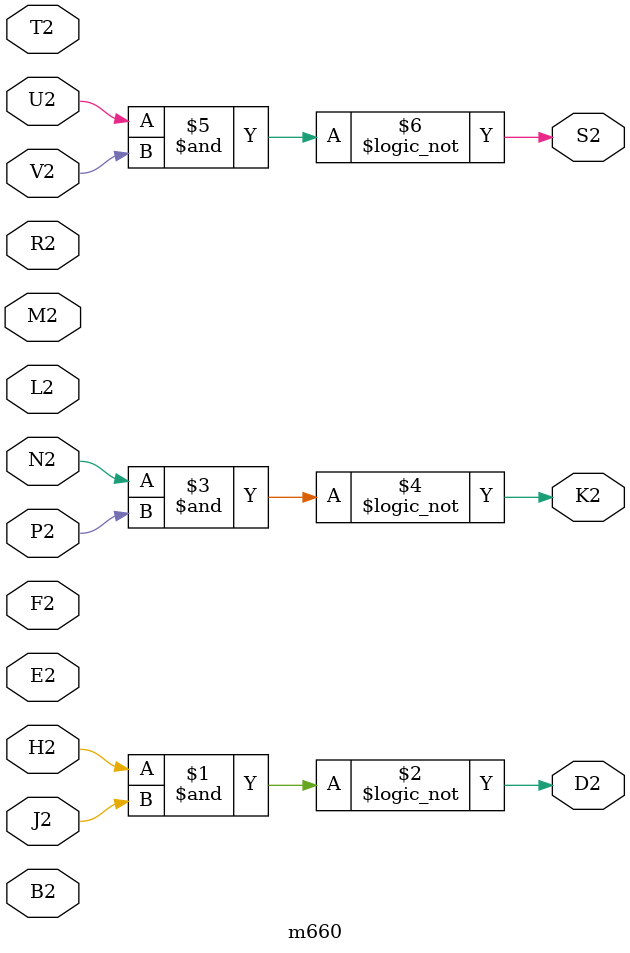
<source format=v>

module m660 (
	//A2,  // +5V
	B2,
	//C2,  // ground
	D2,
	E2,
	F2,
	H2,
	J2,
	K2,
	L2,
	M2,
	N2,
	P2,
	R2,
	S2,
	T2,
	U2,
	V2
	);
// power and grounds
//inout A2, C2;

// main inputs
input H2, J2, N2, P2, U2, V2;

// main outputs
output D2, K2, S2;

// unused
/* verilator lint_off UNUSED */
input B2, E2, F2, L2, M2, R2, T2;
/* lint_on */

// power assignments
//assign A2 = 1'b1;
//assign C2 = 1'b0;

assign D2 = !(H2 & J2);
assign K2 = !(N2 & P2);
assign S2 = !(U2 & V2);

endmodule

</source>
